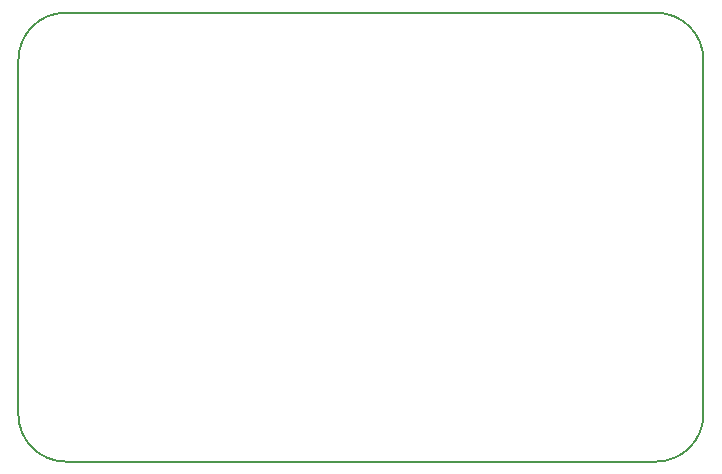
<source format=gm1>
G04 #@! TF.GenerationSoftware,KiCad,Pcbnew,9.0.1*
G04 #@! TF.CreationDate,2025-08-05T19:10:54+03:00*
G04 #@! TF.ProjectId,com_board,636f6d5f-626f-4617-9264-2e6b69636164,rev?*
G04 #@! TF.SameCoordinates,Original*
G04 #@! TF.FileFunction,Profile,NP*
%FSLAX46Y46*%
G04 Gerber Fmt 4.6, Leading zero omitted, Abs format (unit mm)*
G04 Created by KiCad (PCBNEW 9.0.1) date 2025-08-05 19:10:54*
%MOMM*%
%LPD*%
G01*
G04 APERTURE LIST*
G04 #@! TA.AperFunction,Profile*
%ADD10C,0.200000*%
G04 #@! TD*
G04 APERTURE END LIST*
D10*
X150000000Y-86000000D02*
X100000000Y-86000000D01*
X96000000Y-90000000D02*
G75*
G02*
X100000000Y-86000000I4000000J0D01*
G01*
X100000000Y-124000000D02*
G75*
G02*
X96000000Y-120000000I0J4000000D01*
G01*
X154000000Y-120000000D02*
G75*
G02*
X150000000Y-124000000I-4000000J0D01*
G01*
X150000000Y-86000000D02*
G75*
G02*
X154000000Y-90000000I0J-4000000D01*
G01*
X100000000Y-124000000D02*
X150000000Y-124000000D01*
X96000000Y-120000000D02*
X96000000Y-90000000D01*
X154000000Y-120000000D02*
X154000000Y-90000000D01*
M02*

</source>
